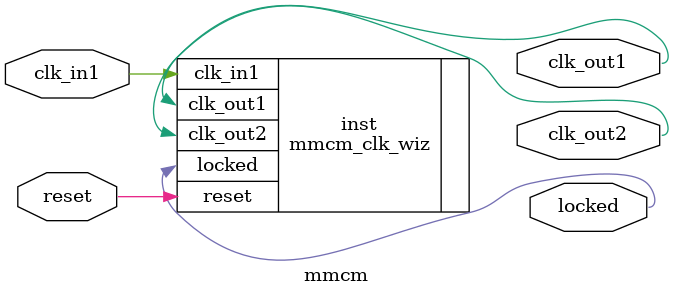
<source format=v>


`timescale 1ps/1ps

(* CORE_GENERATION_INFO = "mmcm,clk_wiz_v5_3_2_0,{component_name=mmcm,use_phase_alignment=true,use_min_o_jitter=false,use_max_i_jitter=false,use_dyn_phase_shift=false,use_inclk_switchover=false,use_dyn_reconfig=false,enable_axi=0,feedback_source=FDBK_AUTO,PRIMITIVE=MMCM,num_out_clk=2,clkin1_period=25.0,clkin2_period=10.0,use_power_down=false,use_reset=true,use_locked=true,use_inclk_stopped=false,feedback_type=SINGLE,CLOCK_MGR_TYPE=NA,manual_override=false}" *)

module mmcm 
 (
  // Clock out ports
  output        clk_out1,
  output        clk_out2,
  // Status and control signals
  input         reset,
  output        locked,
 // Clock in ports
  input         clk_in1
 );

  mmcm_clk_wiz inst
  (
  // Clock out ports  
  .clk_out1(clk_out1),
  .clk_out2(clk_out2),
  // Status and control signals               
  .reset(reset), 
  .locked(locked),
 // Clock in ports
  .clk_in1(clk_in1)
  );

endmodule

</source>
